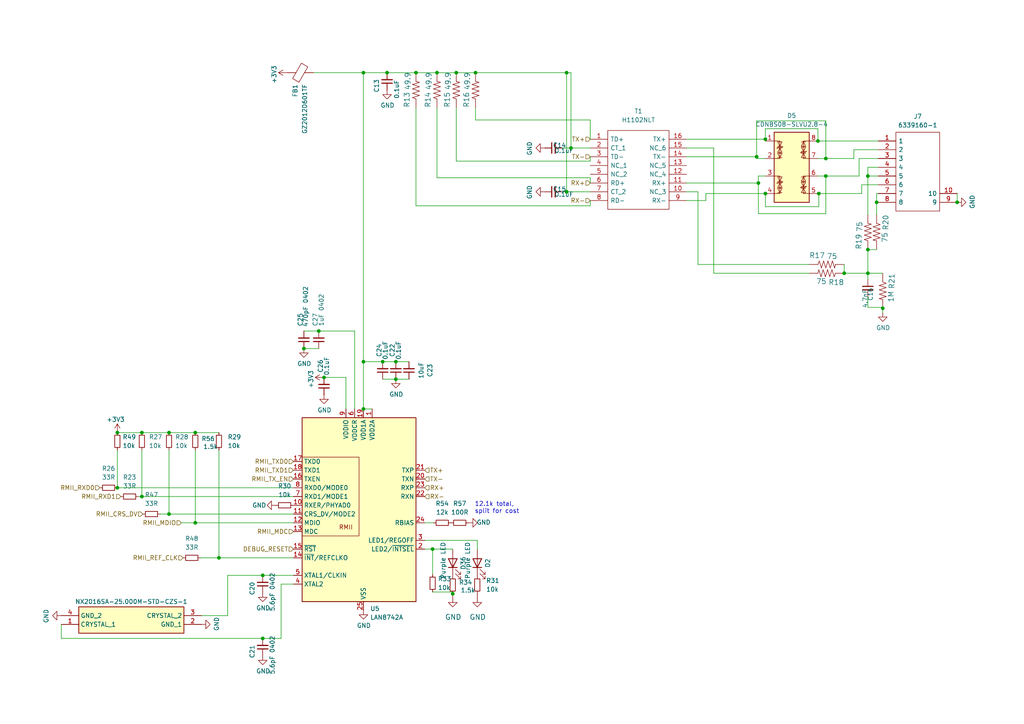
<source format=kicad_sch>
(kicad_sch (version 20231120) (generator "eeschema") (generator_version "8.0")
  (paper "A4")
  (lib_symbols
    (symbol "Device:C_Small" (pin_numbers hide) (pin_names (offset 0.254) hide)
      (property "Reference" "C" (at 0.254 1.778 0))
      (property "Value" "C_Small" (at 0.254 -2.032 0))
      (symbol "C_Small_0_1"
        (polyline (pts (xy -1.524 -0.508) (xy 1.524 -0.508)) (stroke (width 0.3302)))
        (polyline (pts (xy -1.524 0.508) (xy 1.524 0.508)) (stroke (width 0.3048)))
      )
      (symbol "C_Small_1_1"
        (pin passive line (at 0 2.54 270) (length 2.032) (name "~") (number "1"))
        (pin passive line (at 0 -2.54 90) (length 2.032) (name "~") (number "2"))
      )
    )
    (symbol "Device:FerriteBead" (pin_numbers hide) (pin_names (offset 0))
      (property "Reference" "FB" (at -3.81 0.635 90))
      (property "Value" "FerriteBead" (at 3.81 0 90))
      (symbol "FerriteBead_0_1"
        (polyline (pts (xy 0 -1.27) (xy 0 -1.2192)))
        (polyline (pts (xy 0 1.27) (xy 0 1.2954)))
        (polyline (pts (xy -2.7686 0.4064) (xy -1.7018 2.2606) (xy 2.7686 -0.3048) (xy 1.6764 -2.159) (xy -2.7686 0.4064)))
      )
      (symbol "FerriteBead_1_1"
        (pin passive line (at 0 3.81 270) (length 2.54) (name "~") (number "1"))
        (pin passive line (at 0 -3.81 90) (length 2.54) (name "~") (number "2"))
      )
    )
    (symbol "Device:LED" (pin_numbers hide) (pin_names (offset 1.016) hide)
      (property "Reference" "D" (at 0 2.54 0))
      (property "Value" "LED" (at 0 -2.54 0))
      (symbol "LED_0_1"
        (polyline (pts (xy -1.27 -1.27) (xy -1.27 1.27)) (stroke (width 0.254)))
        (polyline (pts (xy -1.27 0) (xy 1.27 0)))
        (polyline (pts (xy 1.27 -1.27) (xy 1.27 1.27) (xy -1.27 0) (xy 1.27 -1.27)) (stroke (width 0.254)))
        (polyline (pts (xy -3.048 -0.762) (xy -4.572 -2.286) (xy -3.81 -2.286) (xy -4.572 -2.286) (xy -4.572 -1.524)))
        (polyline (pts (xy -1.778 -0.762) (xy -3.302 -2.286) (xy -2.54 -2.286) (xy -3.302 -2.286) (xy -3.302 -1.524)))
      )
      (symbol "LED_1_1"
        (pin passive line (at -3.81 0 0) (length 2.54) (name "K") (number "1"))
        (pin passive line (at 3.81 0 180) (length 2.54) (name "A") (number "2"))
      )
    )
    (symbol "Device:R_Small" (pin_numbers hide) (pin_names (offset 0.254) hide)
      (property "Reference" "R" (at 0.762 0.508 0))
      (property "Value" "R_Small" (at 0.762 -1.016 0))
      (symbol "R_Small_0_1"
        (rectangle (start -0.762 1.778) (end 0.762 -1.778) (stroke (width 0.2032)))
      )
      (symbol "R_Small_1_1"
        (pin passive line (at 0 2.54 270) (length 0.762) (name "~") (number "1"))
        (pin passive line (at 0 -2.54 90) (length 0.762) (name "~") (number "2"))
      )
    )
    (symbol "EK-TM4C1294XL_REV_D-eagle-import:GND" (power) (pin_names (offset 1.016))
      (property "Value" "GND" (at -1.905 -3.175 0))
      (symbol "GND_1_0"
        (polyline (pts (xy -1.27 0) (xy 1.27 0)))
        (polyline (pts (xy 0 -1.27) (xy -1.27 0)))
        (polyline (pts (xy 1.27 0) (xy 0 -1.27)))
        (pin power_in line (at 0 2.54 270) (length 2.54) (name "GND") (number "1"))
      )
    )
    (symbol "EK-TM4C1294XL_REV_D-eagle-import:R-US_R0402" (pin_names (offset 1.016))
      (property "Reference" "R" (at -3.81 1.4986 0))
      (property "Value" "R-US_R0402" (at -3.81 -3.302 0))
      (symbol "R-US_R0402_1_0"
        (polyline (pts (xy -2.54 0) (xy -2.159 1.016)))
        (polyline (pts (xy -2.159 1.016) (xy -1.524 -1.016)))
        (polyline (pts (xy -1.524 -1.016) (xy -0.889 1.016)))
        (polyline (pts (xy -0.889 1.016) (xy -0.254 -1.016)))
        (polyline (pts (xy -0.254 -1.016) (xy 0.381 1.016)))
        (polyline (pts (xy 0.381 1.016) (xy 1.016 -1.016)))
        (polyline (pts (xy 1.016 -1.016) (xy 1.651 1.016)))
        (polyline (pts (xy 1.651 1.016) (xy 2.286 -1.016)))
        (polyline (pts (xy 2.286 -1.016) (xy 2.54 0)))
        (pin passive line (at -5.08 0 0) (length 2.54) (name "1") (number "1"))
        (pin passive line (at 5.08 0 180) (length 2.54) (name "2") (number "2"))
      )
    )
    (symbol "Interface_Ethernet:LAN8742A"
      (property "Reference" "U" (at -13.97 29.21 0))
      (property "Value" "LAN8742A" (at 15.24 29.21 0))
      (symbol "LAN8742A_0_0"
        (text "RMII" (at -5.08 -3.81 0) (effects (font (size 1.27 1.27))))
      )
      (symbol "LAN8742A_0_1"
        (rectangle (start -17.78 27.94) (end 15.24 -25.4) (stroke (width 0.254)) (fill (type background)))
        (polyline (pts (xy -17.78 -6.35) (xy -1.27 -6.35) (xy -1.27 16.51) (xy -17.78 16.51)))
      )
      (symbol "LAN8742A_1_1"
        (pin power_in line (at 2.54 30.48 270) (length 2.54) (name "VDD2A") (number "1"))
        (pin output line (at -20.32 2.54 0) (length 2.54) (name "RXER/PHYAD0") (number "10"))
        (pin bidirectional line (at -20.32 0 0) (length 2.54) (name "CRS_DV/MODE2") (number "11"))
        (pin bidirectional line (at -20.32 -2.54 0) (length 2.54) (name "MDIO") (number "12"))
        (pin input line (at -20.32 -5.08 0) (length 2.54) (name "MDC") (number "13"))
        (pin output line (at -20.32 -12.7 0) (length 2.54) (name "~{INT}/REFCLKO") (number "14"))
        (pin input line (at -20.32 -10.16 0) (length 2.54) (name "~{RST}") (number "15"))
        (pin input line (at -20.32 10.16 0) (length 2.54) (name "TXEN") (number "16"))
        (pin input line (at -20.32 15.24 0) (length 2.54) (name "TXD0") (number "17"))
        (pin input line (at -20.32 12.7 0) (length 2.54) (name "TXD1") (number "18"))
        (pin power_in line (at 0 30.48 270) (length 2.54) (name "VDD1A") (number "19"))
        (pin bidirectional line (at 17.78 -10.16 180) (length 2.54) (name "LED2/~{INTSEL}") (number "2"))
        (pin passive line (at 17.78 10.16 180) (length 2.54) (name "TXN") (number "20"))
        (pin passive line (at 17.78 12.7 180) (length 2.54) (name "TXP") (number "21"))
        (pin passive line (at 17.78 5.08 180) (length 2.54) (name "RXN") (number "22"))
        (pin passive line (at 17.78 7.62 180) (length 2.54) (name "RXP") (number "23"))
        (pin passive line (at 17.78 -2.54 180) (length 2.54) (name "RBIAS") (number "24"))
        (pin power_in line (at 0 -27.94 90) (length 2.54) (name "VSS") (number "25"))
        (pin bidirectional line (at 17.78 -7.62 180) (length 2.54) (name "LED1/REGOFF") (number "3"))
        (pin output line (at -20.32 -20.32 0) (length 2.54) (name "XTAL2") (number "4"))
        (pin input line (at -20.32 -17.78 0) (length 2.54) (name "XTAL1/CLKIN") (number "5"))
        (pin power_in line (at -2.54 30.48 270) (length 2.54) (name "VDDCR") (number "6"))
        (pin bidirectional line (at -20.32 5.08 0) (length 2.54) (name "RXD1/MODE1") (number "7"))
        (pin bidirectional line (at -20.32 7.62 0) (length 2.54) (name "RXD0/MODE0") (number "8"))
        (pin power_in line (at -5.08 30.48 270) (length 2.54) (name "VDDIO") (number "9"))
      )
    )
    (symbol "Power_Protection:CDNBS08-SLVU2.8-4" (pin_names hide)
      (property "Reference" "D" (at 1.27 11.43 0))
      (property "Value" "CDNBS08-SLVU2.8-4" (at -8.89 -11.43 0))
      (symbol "CDNBS08-SLVU2.8-4_0_1"
        (rectangle (start -5.08 10.16) (end 5.08 -10.16) (stroke (width 0.254)) (fill (type background)))
        (polyline (pts (xy -5.08 -7.62) (xy -3.429 -7.62)))
        (polyline (pts (xy -5.08 -2.54) (xy -3.429 -2.54)))
        (polyline (pts (xy -5.08 2.54) (xy -3.429 2.54)))
        (polyline (pts (xy -5.08 7.62) (xy -3.429 7.62)))
        (polyline (pts (xy -4.318 -4.699) (xy -4.191 -4.572)))
        (polyline (pts (xy -4.318 5.461) (xy -4.191 5.588)))
        (polyline (pts (xy -4.064 -7.366) (xy -2.794 -7.366)))
        (polyline (pts (xy -4.064 -4.064) (xy -2.794 -4.064)))
        (polyline (pts (xy -4.064 2.794) (xy -2.794 2.794)))
        (polyline (pts (xy -4.064 6.096) (xy -2.794 6.096)))
        (polyline (pts (xy -3.429 -7.62) (xy -3.429 -2.54)))
        (polyline (pts (xy -3.429 2.54) (xy -3.429 7.62)))
        (polyline (pts (xy 3.429 -2.54) (xy 3.429 -7.62)))
        (polyline (pts (xy 3.429 7.62) (xy 3.429 2.54)))
        (polyline (pts (xy 4.064 -6.096) (xy 2.794 -6.096)))
        (polyline (pts (xy 4.064 -2.794) (xy 2.794 -2.794)))
        (polyline (pts (xy 4.064 4.064) (xy 2.794 4.064)))
        (polyline (pts (xy 4.064 7.366) (xy 2.794 7.366)))
        (polyline (pts (xy 4.318 -5.461) (xy 4.191 -5.588)))
        (polyline (pts (xy 4.318 4.699) (xy 4.191 4.572)))
        (polyline (pts (xy 5.08 -7.62) (xy 3.429 -7.62)))
        (polyline (pts (xy 5.08 -2.54) (xy 3.429 -2.54)))
        (polyline (pts (xy 5.08 2.54) (xy 3.429 2.54)))
        (polyline (pts (xy 5.08 7.62) (xy 3.429 7.62)))
        (polyline (pts (xy -4.191 -4.572) (xy -3.937 -4.318) (xy -2.667 -4.318)))
        (polyline (pts (xy -4.191 -4.572) (xy -2.921 -4.572) (xy -2.54 -4.191)))
        (polyline (pts (xy -4.191 5.588) (xy -3.937 5.842) (xy -2.667 5.842)))
        (polyline (pts (xy -4.191 5.588) (xy -2.921 5.588) (xy -2.54 5.969)))
        (polyline (pts (xy 4.191 -5.588) (xy 2.921 -5.588) (xy 2.54 -5.969)))
        (polyline (pts (xy 4.191 -5.588) (xy 3.937 -5.842) (xy 2.667 -5.842)))
        (polyline (pts (xy 4.191 4.572) (xy 2.921 4.572) (xy 2.54 4.191)))
        (polyline (pts (xy 4.191 4.572) (xy 3.937 4.318) (xy 2.667 4.318)))
        (polyline (pts (xy -3.429 -7.366) (xy -4.064 -6.096) (xy -2.794 -6.096) (xy -3.429 -7.366)))
        (polyline (pts (xy -3.429 -4.572) (xy -2.794 -5.842) (xy -4.064 -5.842) (xy -3.429 -4.572)))
        (polyline (pts (xy -3.429 -4.064) (xy -4.064 -2.794) (xy -2.794 -2.794) (xy -3.429 -4.064)))
        (polyline (pts (xy -3.429 2.794) (xy -4.064 4.064) (xy -2.794 4.064) (xy -3.429 2.794)))
        (polyline (pts (xy -3.429 5.588) (xy -2.794 4.318) (xy -4.064 4.318) (xy -3.429 5.588)))
        (polyline (pts (xy -3.429 6.096) (xy -4.064 7.366) (xy -2.794 7.366) (xy -3.429 6.096)))
        (polyline (pts (xy 3.429 -6.096) (xy 4.064 -7.366) (xy 2.794 -7.366) (xy 3.429 -6.096)))
        (polyline (pts (xy 3.429 -5.588) (xy 2.794 -4.318) (xy 4.064 -4.318) (xy 3.429 -5.588)))
        (polyline (pts (xy 3.429 -2.794) (xy 4.064 -4.064) (xy 2.794 -4.064) (xy 3.429 -2.794)))
        (polyline (pts (xy 3.429 4.064) (xy 4.064 2.794) (xy 2.794 2.794) (xy 3.429 4.064)))
        (polyline (pts (xy 3.429 4.572) (xy 2.794 5.842) (xy 4.064 5.842) (xy 3.429 4.572)))
        (polyline (pts (xy 3.429 7.366) (xy 4.064 6.096) (xy 2.794 6.096) (xy 3.429 7.366)))
      )
      (symbol "CDNBS08-SLVU2.8-4_1_1"
        (pin passive line (at 7.62 -7.62 180) (length 2.54) (name "TVS1") (number "1"))
        (pin passive line (at 7.62 -2.54 180) (length 2.54) (name "TVS2") (number "2"))
        (pin passive line (at 7.62 2.54 180) (length 2.54) (name "TVS1") (number "3"))
        (pin passive line (at 7.62 7.62 180) (length 2.54) (name "TVS2") (number "4"))
        (pin passive line (at -7.62 7.62 0) (length 2.54) (name "TVS1") (number "5"))
        (pin passive line (at -7.62 2.54 0) (length 2.54) (name "TVS2") (number "6"))
        (pin passive line (at -7.62 -2.54 0) (length 2.54) (name "TVS1") (number "7"))
        (pin passive line (at -7.62 -7.62 0) (length 2.54) (name "TVS2") (number "8"))
      )
    )
    (symbol "aaa:6339160-1" (pin_names (offset 0.762))
      (property "Reference" "J" (at 19.05 7.62 0))
      (property "Value" "6339160-1" (at 19.05 5.08 0))
      (symbol "6339160-1_0_0"
        (pin passive line (at 22.86 -17.78 180) (length 5.08) (name "1") (number "1"))
        (pin passive line (at 0 -2.54 0) (length 5.08) (name "10") (number "10"))
        (pin passive line (at 22.86 -15.24 180) (length 5.08) (name "2") (number "2"))
        (pin passive line (at 22.86 -12.7 180) (length 5.08) (name "3") (number "3"))
        (pin passive line (at 22.86 -10.16 180) (length 5.08) (name "4") (number "4"))
        (pin passive line (at 22.86 -7.62 180) (length 5.08) (name "5") (number "5"))
        (pin passive line (at 22.86 -5.08 180) (length 5.08) (name "6") (number "6"))
        (pin passive line (at 22.86 -2.54 180) (length 5.08) (name "7") (number "7"))
        (pin passive line (at 22.86 0 180) (length 5.08) (name "8") (number "8"))
        (pin passive line (at 0 0 0) (length 5.08) (name "9") (number "9"))
      )
      (symbol "6339160-1_0_1"
        (polyline (pts (xy 5.08 2.54) (xy 17.78 2.54) (xy 17.78 -20.32) (xy 5.08 -20.32) (xy 5.08 2.54)) (stroke (width 0.1524)))
      )
    )
    (symbol "aaa:H1102NLT" (pin_names (offset 0.762))
      (property "Reference" "T" (at 24.13 7.62 0))
      (property "Value" "H1102NLT" (at 24.13 5.08 0))
      (symbol "H1102NLT_0_0"
        (pin passive line (at 0 0 0) (length 5.08) (name "TD+") (number "1"))
        (pin passive line (at 27.94 -15.24 180) (length 5.08) (name "NC_3") (number "10"))
        (pin passive line (at 27.94 -12.7 180) (length 5.08) (name "RX+") (number "11"))
        (pin passive line (at 27.94 -10.16 180) (length 5.08) (name "NC_4") (number "12"))
        (pin passive line (at 27.94 -7.62 180) (length 5.08) (name "NC_5") (number "13"))
        (pin passive line (at 27.94 -5.08 180) (length 5.08) (name "TX-") (number "14"))
        (pin passive line (at 27.94 -2.54 180) (length 5.08) (name "NC_6") (number "15"))
        (pin passive line (at 27.94 0 180) (length 5.08) (name "TX+") (number "16"))
        (pin passive line (at 0 -2.54 0) (length 5.08) (name "CT_1") (number "2"))
        (pin passive line (at 0 -5.08 0) (length 5.08) (name "TD-") (number "3"))
        (pin passive line (at 0 -7.62 0) (length 5.08) (name "NC_1") (number "4"))
        (pin passive line (at 0 -10.16 0) (length 5.08) (name "NC_2") (number "5"))
        (pin passive line (at 0 -12.7 0) (length 5.08) (name "RD+") (number "6"))
        (pin passive line (at 0 -15.24 0) (length 5.08) (name "CT_2") (number "7"))
        (pin passive line (at 0 -17.78 0) (length 5.08) (name "RD-") (number "8"))
        (pin passive line (at 27.94 -17.78 180) (length 5.08) (name "RX-") (number "9"))
      )
      (symbol "H1102NLT_0_1"
        (polyline (pts (xy 5.08 2.54) (xy 22.86 2.54) (xy 22.86 -20.32) (xy 5.08 -20.32) (xy 5.08 2.54)) (stroke (width 0.1524)))
      )
    )
    (symbol "aaa:NX2016SA-25.000M-STD-CZS-1"
      (property "Reference" "Y" (at 36.83 7.62 0))
      (property "Value" "NX2016SA-25.000M-STD-CZS-1" (at 36.83 5.08 0))
      (symbol "NX2016SA-25.000M-STD-CZS-1_1_1"
        (rectangle (start 5.08 2.54) (end 35.56 -5.08) (stroke (width 0.254)) (fill (type background)))
        (pin passive line (at 0 -2.54 0) (length 5.08) (name "CRYSTAL_1") (number "1"))
        (pin passive line (at 40.64 -2.54 180) (length 5.08) (name "GND_1") (number "2"))
        (pin passive line (at 40.64 0 180) (length 5.08) (name "CRYSTAL_2") (number "3"))
        (pin passive line (at 0 0 0) (length 5.08) (name "GND_2") (number "4"))
      )
    )
    (symbol "power:+3V3" (power) (pin_names (offset 0))
      (property "Value" "+3V3" (at 0 3.556 0))
      (symbol "+3V3_0_1"
        (polyline (pts (xy -0.762 1.27) (xy 0 2.54)))
        (polyline (pts (xy 0 0) (xy 0 2.54)))
        (polyline (pts (xy 0 2.54) (xy 0.762 1.27)))
      )
      (symbol "+3V3_1_1"
        (pin power_in line (at 0 0 90) (length 0) hide (name "+3V3") (number "1"))
      )
    )
    (symbol "power:GND" (power) (pin_names (offset 0))
      (property "Value" "GND" (at 0 -3.81 0))
      (symbol "GND_0_1"
        (polyline (pts (xy 0 0) (xy 0 -1.27) (xy 1.27 -1.27) (xy 0 -2.54) (xy -1.27 -1.27) (xy 0 -1.27)))
      )
      (symbol "GND_1_1"
        (pin power_in line (at 0 0 270) (length 0) hide (name "GND") (number "1"))
      )
    )
  )
  (junction (at 277.622 58.674))
  (junction (at 125.476 159.258))
  (junction (at 165.608 42.926))
  (junction (at 251.714 72.39))
  (junction (at 132.334 21.082))
  (junction (at 93.98 109.474))
  (junction (at 76.2 166.878))
  (junction (at 237.49 56.134))
  (junction (at 254.254 58.674))
  (junction (at 164.338 55.626))
  (junction (at 110.998 104.902))
  (junction (at 256.032 89.408))
  (junction (at 105.41 104.902))
  (junction (at 49.022 149.098))
  (junction (at 56.642 125.476))
  (junction (at 114.808 109.982))
  (junction (at 137.922 21.082))
  (junction (at 114.808 104.902))
  (junction (at 251.714 79.248))
  (junction (at 131.318 172.212))
  (junction (at 88.138 101.092))
  (junction (at 34.036 125.476))
  (junction (at 164.338 21.082))
  (junction (at 105.41 21.082))
  (junction (at 41.148 125.476))
  (junction (at 126.746 21.082))
  (junction (at 239.522 51.054))
  (junction (at 76.2 185.166))
  (junction (at 34.036 141.478))
  (junction (at 120.65 21.082))
  (junction (at 237.236 40.894))
  (junction (at 221.996 40.386))
  (junction (at 105.41 118.618))
  (junction (at 251.714 51.054))
  (junction (at 221.996 56.134))
  (junction (at 63.5 161.798))
  (junction (at 219.964 53.086))
  (junction (at 49.022 125.476))
  (junction (at 112.268 21.082))
  (junction (at 56.642 151.638))
  (junction (at 239.522 45.974))
  (junction (at 41.148 144.018))
  (junction (at 219.456 45.466))
  (junction (at 92.456 96.012))
  (junction (at 244.856 79.248))
  (wire (pts (xy 237.49 59.944) (xy 237.49 56.134)))
  (wire (pts (xy 221.996 59.944) (xy 237.49 59.944)))
  (wire (pts (xy 56.642 151.638) (xy 85.09 151.638)))
  (wire (pts (xy 163.068 42.926) (xy 165.608 42.926)))
  (wire (pts (xy 237.49 56.134) (xy 237.236 56.134)))
  (wire (pts (xy 221.996 56.134) (xy 204.724 56.134)))
  (wire (pts (xy 125.476 171.704) (xy 131.318 171.704)))
  (wire (pts (xy 40.132 144.018) (xy 41.148 144.018)))
  (wire (pts (xy 165.608 42.926) (xy 171.196 42.926)))
  (wire (pts (xy 251.714 51.054) (xy 251.714 62.23)))
  (wire (pts (xy 207.01 42.926) (xy 199.136 42.926)))
  (wire (pts (xy 56.642 130.556) (xy 56.642 151.638)))
  (wire (pts (xy 34.036 130.556) (xy 34.036 141.478)))
  (wire (pts (xy 41.148 125.476) (xy 49.022 125.476)))
  (wire (pts (xy 131.318 159.258) (xy 131.318 159.512)))
  (wire (pts (xy 123.19 159.258) (xy 125.476 159.258)))
  (wire (pts (xy 105.41 21.082) (xy 105.41 104.902)))
  (wire (pts (xy 81.534 169.418) (xy 85.09 169.418)))
  (wire (pts (xy 34.036 141.478) (xy 85.09 141.478)))
  (wire (pts (xy 219.456 45.974) (xy 219.456 45.466)))
  (wire (pts (xy 277.622 56.134) (xy 277.622 58.674)))
  (wire (pts (xy 102.87 96.012) (xy 102.87 118.618)))
  (wire (pts (xy 221.996 56.134) (xy 221.996 59.944)))
  (wire (pts (xy 234.696 79.248) (xy 207.01 79.248)))
  (wire (pts (xy 249.936 53.594) (xy 254.762 53.594)))
  (wire (pts (xy 120.65 21.082) (xy 126.746 21.082)))
  (wire (pts (xy 199.136 55.626) (xy 202.438 55.626)))
  (wire (pts (xy 66.04 178.562) (xy 66.04 166.878)))
  (wire (pts (xy 17.78 181.102) (xy 17.78 185.166)))
  (wire (pts (xy 171.196 40.386) (xy 171.196 34.798)))
  (wire (pts (xy 254.762 48.514) (xy 251.714 48.514)))
  (wire (pts (xy 114.808 109.982) (xy 118.618 109.982)))
  (wire (pts (xy 237.236 40.894) (xy 254.762 40.894)))
  (wire (pts (xy 239.522 45.974) (xy 247.65 45.974)))
  (wire (pts (xy 247.65 45.974) (xy 247.65 43.434)))
  (wire (pts (xy 126.746 21.082) (xy 132.334 21.082)))
  (wire (pts (xy 105.41 118.618) (xy 107.95 118.618)))
  (wire (pts (xy 85.09 166.878) (xy 76.2 166.878)))
  (wire (pts (xy 125.476 159.258) (xy 125.476 166.624)))
  (wire (pts (xy 202.438 76.708) (xy 234.696 76.708)))
  (wire (pts (xy 163.068 55.626) (xy 164.338 55.626)))
  (wire (pts (xy 219.964 53.086) (xy 219.964 61.976)))
  (wire (pts (xy 46.482 149.098) (xy 49.022 149.098)))
  (wire (pts (xy 251.714 86.106) (xy 251.714 89.154)))
  (wire (pts (xy 56.642 125.476) (xy 63.5 125.476)))
  (wire (pts (xy 249.174 45.974) (xy 254.762 45.974)))
  (wire (pts (xy 125.476 159.258) (xy 131.318 159.258)))
  (wire (pts (xy 219.456 35.052) (xy 239.522 35.052)))
  (wire (pts (xy 110.998 104.902) (xy 105.41 104.902)))
  (wire (pts (xy 202.438 55.626) (xy 202.438 76.708)))
  (wire (pts (xy 221.996 51.054) (xy 219.964 51.054)))
  (wire (pts (xy 138.43 156.718) (xy 138.43 159.512)))
  (wire (pts (xy 171.196 45.466) (xy 171.196 46.736)))
  (wire (pts (xy 239.522 45.974) (xy 237.236 45.974)))
  (wire (pts (xy 244.856 79.248) (xy 244.856 76.708)))
  (wire (pts (xy 256.032 89.408) (xy 256.032 90.678)))
  (wire (pts (xy 41.148 144.018) (xy 85.09 144.018)))
  (wire (pts (xy 63.5 130.556) (xy 63.5 161.798)))
  (wire (pts (xy 256.032 89.154) (xy 256.032 89.408)))
  (wire (pts (xy 249.936 56.134) (xy 249.936 53.594)))
  (wire (pts (xy 199.136 40.386) (xy 221.996 40.386)))
  (wire (pts (xy 123.19 151.638) (xy 125.73 151.638)))
  (wire (pts (xy 239.522 61.976) (xy 239.522 51.054)))
  (wire (pts (xy 251.714 48.514) (xy 251.714 51.054)))
  (wire (pts (xy 49.022 130.556) (xy 49.022 149.098)))
  (wire (pts (xy 171.196 34.798) (xy 137.922 34.798)))
  (wire (pts (xy 171.196 58.166) (xy 171.196 59.69)))
  (wire (pts (xy 92.456 96.012) (xy 102.87 96.012)))
  (wire (pts (xy 251.714 72.39) (xy 254.254 72.39)))
  (wire (pts (xy 105.41 21.082) (xy 112.268 21.082)))
  (wire (pts (xy 118.618 104.902) (xy 114.808 104.902)))
  (wire (pts (xy 58.166 161.798) (xy 63.5 161.798)))
  (wire (pts (xy 88.138 96.012) (xy 92.456 96.012)))
  (wire (pts (xy 219.456 45.466) (xy 219.456 35.052)))
  (wire (pts (xy 52.578 151.638) (xy 56.642 151.638)))
  (wire (pts (xy 251.714 51.054) (xy 254.762 51.054)))
  (wire (pts (xy 110.998 109.982) (xy 114.808 109.982)))
  (wire (pts (xy 137.922 21.082) (xy 164.338 21.082)))
  (wire (pts (xy 164.338 21.082) (xy 165.608 21.082)))
  (wire (pts (xy 58.42 178.562) (xy 66.04 178.562)))
  (wire (pts (xy 249.174 51.054) (xy 249.174 45.974)))
  (wire (pts (xy 219.964 61.976) (xy 239.522 61.976)))
  (wire (pts (xy 221.996 37.338) (xy 237.236 37.338)))
  (wire (pts (xy 100.33 109.474) (xy 93.98 109.474)))
  (wire (pts (xy 41.148 130.556) (xy 41.148 144.018)))
  (wire (pts (xy 256.032 89.154) (xy 251.714 89.154)))
  (wire (pts (xy 100.33 118.618) (xy 100.33 109.474)))
  (wire (pts (xy 120.65 59.69) (xy 120.65 31.242)))
  (wire (pts (xy 171.196 46.736) (xy 132.334 46.736)))
  (wire (pts (xy 49.022 125.476) (xy 56.642 125.476)))
  (wire (pts (xy 112.268 21.082) (xy 120.65 21.082)))
  (wire (pts (xy 105.41 104.902) (xy 105.41 118.618)))
  (wire (pts (xy 132.334 46.736) (xy 132.334 31.242)))
  (wire (pts (xy 254.254 58.674) (xy 254.254 62.23)))
  (wire (pts (xy 221.996 45.974) (xy 219.456 45.974)))
  (wire (pts (xy 90.932 21.082) (xy 105.41 21.082)))
  (wire (pts (xy 251.714 79.248) (xy 251.714 81.026)))
  (wire (pts (xy 237.236 51.054) (xy 239.522 51.054)))
  (wire (pts (xy 88.138 101.092) (xy 92.456 101.092)))
  (wire (pts (xy 63.5 161.798) (xy 85.09 161.798)))
  (wire (pts (xy 199.136 58.166) (xy 204.724 58.166)))
  (wire (pts (xy 66.04 166.878) (xy 76.2 166.878)))
  (wire (pts (xy 199.136 45.466) (xy 219.456 45.466)))
  (wire (pts (xy 171.196 53.086) (xy 171.196 51.562)))
  (wire (pts (xy 254.762 56.134) (xy 254.254 56.134)))
  (wire (pts (xy 126.746 31.242) (xy 126.746 51.562)))
  (wire (pts (xy 123.19 156.718) (xy 138.43 156.718)))
  (wire (pts (xy 237.49 56.134) (xy 249.936 56.134)))
  (wire (pts (xy 132.334 21.082) (xy 137.922 21.082)))
  (wire (pts (xy 114.808 104.902) (xy 110.998 104.902)))
  (wire (pts (xy 237.236 37.338) (xy 237.236 40.894)))
  (wire (pts (xy 219.964 51.054) (xy 219.964 53.086)))
  (wire (pts (xy 49.022 149.098) (xy 85.09 149.098)))
  (wire (pts (xy 254.254 56.134) (xy 254.254 58.674)))
  (wire (pts (xy 131.318 171.704) (xy 131.318 172.212)))
  (wire (pts (xy 204.724 56.134) (xy 204.724 58.166)))
  (wire (pts (xy 239.522 51.054) (xy 249.174 51.054)))
  (wire (pts (xy 247.65 43.434) (xy 254.762 43.434)))
  (wire (pts (xy 165.608 21.082) (xy 165.608 42.926)))
  (wire (pts (xy 137.922 34.798) (xy 137.922 31.242)))
  (wire (pts (xy 251.714 72.39) (xy 251.714 79.248)))
  (wire (pts (xy 251.714 79.248) (xy 256.032 79.248)))
  (wire (pts (xy 164.338 21.082) (xy 164.338 55.626)))
  (wire (pts (xy 199.136 53.086) (xy 219.964 53.086)))
  (wire (pts (xy 17.78 185.166) (xy 76.2 185.166)))
  (wire (pts (xy 207.01 79.248) (xy 207.01 42.926)))
  (wire (pts (xy 164.338 55.626) (xy 171.196 55.626)))
  (wire (pts (xy 239.522 35.052) (xy 239.522 45.974)))
  (wire (pts (xy 171.196 59.69) (xy 120.65 59.69)))
  (wire (pts (xy 81.534 185.166) (xy 81.534 169.418)))
  (wire (pts (xy 254.254 58.674) (xy 254.762 58.674)))
  (wire (pts (xy 76.2 185.166) (xy 81.534 185.166)))
  (wire (pts (xy 221.996 37.338) (xy 221.996 40.386)))
  (wire (pts (xy 244.856 79.248) (xy 251.714 79.248)))
  (wire (pts (xy 171.196 51.562) (xy 126.746 51.562)))
  (wire (pts (xy 221.996 40.386) (xy 221.996 40.894)))
  (wire (pts (xy 34.036 125.476) (xy 41.148 125.476)))
  (text "12.1k total,\nsplit for cost" (at 137.668 149.098 0) (effects (font (size 1.27 1.27)) (justify left bottom)))
  (hierarchical_label "RX+" (shape input) (at 123.19 141.478 0))
  (hierarchical_label "TX-" (shape input) (at 171.196 45.466 180))
  (hierarchical_label "TX+" (shape input) (at 171.196 40.386 180))
  (hierarchical_label "RMII_REF_CLK" (shape input) (at 53.086 161.798 180))
  (hierarchical_label "TX+" (shape input) (at 123.19 136.398 0))
  (hierarchical_label "RMII_CRS_DV" (shape input) (at 41.402 149.098 180))
  (hierarchical_label "RMII_MDIO" (shape input) (at 52.578 151.638 180))
  (hierarchical_label "DEBUG_RESET" (shape input) (at 85.09 159.258 180))
  (hierarchical_label "TX-" (shape input) (at 123.19 138.938 0))
  (hierarchical_label "RMII_TXD0" (shape input) (at 85.09 133.858 180))
  (hierarchical_label "RMII_RXD1" (shape input) (at 35.052 144.018 180))
  (hierarchical_label "RX-" (shape input) (at 171.196 58.166 180))
  (hierarchical_label "RMII_MDC" (shape input) (at 85.09 154.178 180))
  (hierarchical_label "RMII_RXD0" (shape input) (at 28.956 141.478 180))
  (hierarchical_label "RX-" (shape input) (at 123.19 144.018 0))
  (hierarchical_label "RMII_TXD1" (shape input) (at 85.09 136.398 180))
  (hierarchical_label "RMII_TX_EN" (shape input) (at 85.09 138.938 180))
  (hierarchical_label "RX+" (shape input) (at 171.196 53.086 180))
  (symbol (lib_id "Device:C_Small") (at 93.98 112.014 180) (unit 1)
    (property "Reference" "C26" (at 92.964 106.172 90))
    (property "Value" "0.1uF" (at 94.742 106.172 90))
    (property "Footprint" "Capacitor_SMD:C_0402_1005Metric" (effects (hide yes)))
    (instances (project "stm32h7_base" (path "" (reference "C26") (unit 1))) (project "simplicity_analog_1" (path "" (reference "C7005") (unit 1))))
  )
  (symbol (lib_id "EK-TM4C1294XL_REV_D-eagle-import:GND") (at 138.43 174.752 0) (mirror y) (unit 1)
    (property "Reference" "#SUPPLY03" (effects (hide yes)))
    (property "Value" "GND" (at 140.97 179.832 0) (effects (font (size 1.4986 1.4986)) (justify left bottom)))
    (instances (project "stm32h7_base" (path "" (reference "#SUPPLY03") (unit 1))) (project "simplicity_analog_1" (path "" (reference "#SUPPLY07002") (unit 1))))
  )
  (symbol (lib_id "EK-TM4C1294XL_REV_D-eagle-import:R-US_R0402") (at 239.776 76.708 0) (unit 1)
    (property "Reference" "R17" (at 234.696 74.93 0) (effects (font (size 1.4986 1.4986)) (justify left bottom)))
    (property "Value" "75" (at 239.776 75.184 0) (effects (font (size 1.4986 1.4986)) (justify left bottom)))
    (property "Footprint" "Resistor_SMD:R_0603_1608Metric" (effects (hide yes)))
    (property "GNUM" "G11-R0402-3300-AAA" (effects (hide yes)))
    (property "LCSC" "C23242" (effects (hide yes)))
    (instances (project "stm32h7_base" (path "" (reference "R17") (unit 1))) (project "simplicity_analog_1" (path "" (reference "R7020") (unit 1))))
  )
  (symbol (lib_id "aaa:6339160-1") (at 277.622 58.674 180) (unit 1)
    (property "Reference" "J7" (at 266.192 33.782 0))
    (property "Value" "6339160-1" (at 266.192 36.322 0))
    (property "Footprint" "63391601" (effects (hide yes)))
    (property "Datasheet" "https://www.te.com/commerce/DocumentDelivery/DDEController?Action=showdoc&DocId=Customer+Drawing%7F6339160%7FE%7Fpdf%7FEnglish%7FENG_CD_6339160_E_6339160-c_drw.pdf%7F6339160-1" (effects (hide yes)))
    (property "Description" "Cat5 modular RJ45 jack, 8/8,SMT,shielded" (effects (hide yes)))
    (property "Height" "13.72" (effects (hide yes)))
    (property "Manufacturer_Name" "TE Connectivity" (effects (hide yes)))
    (property "Manufacturer_Part_Number" "6339160-1" (effects (hide yes)))
    (property "Mouser Part Number" "571-6339160-1" (effects (hide yes)))
    (property "Mouser Price/Stock" "https://www.mouser.co.uk/ProductDetail/TE-Connectivity/6339160-1?qs=Il0cmQ4mt8K1Qlv3V6xMcA%3D%3D" (effects (hide yes)))
    (property "Arrow Part Number" "6339160-1" (effects (hide yes)))
    (property "Arrow Price/Stock" "https://www.arrow.com/en/products/6339160-1/te-connectivity?region=nac" (effects (hide yes)))
    (property "LCSC" "C125076" (effects (hide yes)))
    (instances (project "stm32h7_base" (path "" (reference "J7") (unit 1))) (project "simplicity_analog_1" (path "" (reference "J7001") (unit 1))))
  )
  (symbol (lib_id "power:GND") (at 135.89 151.638 90) (unit 1)
    (property "Reference" "#PWR023" (effects (hide yes)))
    (property "Value" "GND" (at 140.2842 151.511 90))
    (instances (project "stm32h7_base" (path "" (reference "#PWR023") (unit 1))) (project "simplicity_analog_1" (path "" (reference "#PWR07014") (unit 1))))
  )
  (symbol (lib_id "Device:C_Small") (at 160.528 42.926 90) (unit 1)
    (property "Reference" "C14" (at 162.306 42.164 90))
    (property "Value" "0.1uF" (at 163.576 43.688 90))
    (property "Footprint" "Capacitor_SMD:C_0402_1005Metric" (effects (hide yes)))
    (instances (project "stm32h7_base" (path "" (reference "C14") (unit 1))) (project "simplicity_analog_1" (path "" (reference "C7010") (unit 1))))
  )
  (symbol (lib_id "power:GND") (at 80.01 146.558 270) (unit 1)
    (property "Reference" "#PWR022" (effects (hide yes)))
    (property "Value" "GND" (at 75.184 146.558 90))
    (instances (project "stm32h7_base" (path "" (reference "#PWR022") (unit 1))) (project "simplicity_analog_1" (path "" (reference "#PWR07006") (unit 1))))
  )
  (symbol (lib_id "Device:C_Small") (at 110.998 107.442 180) (unit 1)
    (property "Reference" "C24" (at 109.982 101.6 90))
    (property "Value" "0.1uF" (at 111.76 101.6 90))
    (property "Footprint" "Capacitor_SMD:C_0402_1005Metric" (effects (hide yes)))
    (instances (project "stm32h7_base" (path "" (reference "C24") (unit 1))) (project "simplicity_analog_1" (path "" (reference "C7006") (unit 1))))
  )
  (symbol (lib_id "power:GND") (at 88.138 101.092 0) (unit 1)
    (property "Reference" "#PWR031" (effects (hide yes)))
    (property "Value" "GND" (at 88.265 105.4862 0))
    (instances (project "stm32h7_base" (path "" (reference "#PWR031") (unit 1))) (project "simplicity_analog_1" (path "" (reference "#PWR07008") (unit 1))))
  )
  (symbol (lib_id "power:GND") (at 114.808 109.982 0) (unit 1)
    (property "Reference" "#PWR028" (effects (hide yes)))
    (property "Value" "GND" (at 114.935 114.3762 0))
    (instances (project "stm32h7_base" (path "" (reference "#PWR028") (unit 1))) (project "simplicity_analog_1" (path "" (reference "#PWR07013") (unit 1))))
  )
  (symbol (lib_id "power:GND") (at 112.268 26.162 0) (unit 1)
    (property "Reference" "#PWR0148" (effects (hide yes)))
    (property "Value" "GND" (at 112.395 30.5562 0))
    (instances (project "stm32h7_base" (path "" (reference "#PWR0148") (unit 1))) (project "simplicity_analog_1" (path "" (reference "#PWR07012") (unit 1))))
  )
  (symbol (lib_id "power:GND") (at 157.988 42.926 270) (unit 1)
    (property "Reference" "#PWR0146" (effects (hide yes)))
    (property "Value" "GND" (at 153.5938 43.053 0))
    (instances (project "stm32h7_base" (path "" (reference "#PWR0146") (unit 1))) (project "simplicity_analog_1" (path "" (reference "#PWR07015") (unit 1))))
  )
  (symbol (lib_id "power:GND") (at 105.41 177.038 0) (unit 1)
    (property "Reference" "#PWR020" (effects (hide yes)))
    (property "Value" "GND" (at 105.537 181.4322 0))
    (instances (project "stm32h7_base" (path "" (reference "#PWR020") (unit 1))) (project "simplicity_analog_1" (path "" (reference "#PWR07011") (unit 1))))
  )
  (symbol (lib_id "Interface_Ethernet:LAN8742A") (at 105.41 149.098 0) (unit 1)
    (property "Reference" "U5" (at 107.3659 176.53 0) (effects (justify left)))
    (property "Value" "LAN8742A" (at 107.3659 179.07 0) (effects (justify left)))
    (property "Footprint" "Package_DFN_QFN:VQFN-24-1EP_4x4mm_P0.5mm_EP2.5x2.5mm_ThermalVias" (effects (hide yes)))
    (property "Datasheet" "http://ww1.microchip.com/downloads/en/DeviceDoc/8742a.pdf" (effects (hide yes)))
    (instances (project "stm32h7_base" (path "" (reference "U5") (unit 1))) (project "simplicity_analog_1" (path "" (reference "U7001") (unit 1))))
  )
  (symbol (lib_id "EK-TM4C1294XL_REV_D-eagle-import:R-US_R0402") (at 120.65 26.162 90) (unit 1)
    (property "Reference" "R13" (at 118.872 31.242 0) (effects (font (size 1.4986 1.4986)) (justify left bottom)))
    (property "Value" "49.9" (at 119.126 26.162 0) (effects (font (size 1.4986 1.4986)) (justify left bottom)))
    (property "Footprint" "Resistor_SMD:R_0402_1005Metric" (effects (hide yes)))
    (property "GNUM" "G11-R0402-3300-AAA" (effects (hide yes)))
    (property "LCSC" "C25120" (effects (hide yes)))
    (instances (project "stm32h7_base" (path "" (reference "R13") (unit 1))) (project "simplicity_analog_1" (path "" (reference "R7011") (unit 1))))
  )
  (symbol (lib_id "power:+3V3") (at 34.036 125.476 0) (unit 1)
    (property "Reference" "#PWR021" (effects (hide yes)))
    (property "Value" "+3V3" (at 33.528 121.666 0))
    (instances (project "stm32h7_base" (path "" (reference "#PWR021") (unit 1))) (project "simplicity_analog_1" (path "" (reference "#PWR07002") (unit 1))))
  )
  (symbol (lib_id "power:+3V3") (at 83.312 21.082 90) (unit 1)
    (property "Reference" "#PWR030" (effects (hide yes)))
    (property "Value" "+3V3" (at 79.502 21.59 0))
    (instances (project "stm32h7_base" (path "" (reference "#PWR030") (unit 1))) (project "simplicity_analog_1" (path "" (reference "#PWR07007") (unit 1))))
  )
  (symbol (lib_id "Power_Protection:CDNBS08-SLVU2.8-4") (at 229.616 48.514 180) (unit 1)
    (property "Reference" "D5" (at 229.616 33.528 0))
    (property "Value" "CDNBS08-SLVU2.8-4" (at 229.616 36.068 0))
    (property "Footprint" "Package_SO:SOIC-8_3.9x4.9mm_P1.27mm" (effects (hide yes)))
    (property "Datasheet" "https://www.bourns.com/pdfs/CDNBS08-SLVU28-4.pdf" (effects (hide yes)))
    (instances (project "stm32h7_base" (path "" (reference "D5") (unit 1))) (project "simplicity_analog_1" (path "" (reference "D7003") (unit 1))))
  )
  (symbol (lib_id "EK-TM4C1294XL_REV_D-eagle-import:R-US_R0402") (at 256.032 84.328 270) (unit 1)
    (property "Reference" "R21" (at 257.81 79.248 0) (effects (font (size 1.4986 1.4986)) (justify left bottom)))
    (property "Value" "1M" (at 257.556 84.328 0) (effects (font (size 1.4986 1.4986)) (justify left bottom)))
    (property "Footprint" "Resistor_SMD:R_0402_1005Metric" (effects (hide yes)))
    (property "GNUM" "G11-R0402-3300-AAA" (effects (hide yes)))
    (property "LCSC" "C26083" (effects (hide yes)))
    (instances (project "stm32h7_base" (path "" (reference "R21") (unit 1))) (project "simplicity_analog_1" (path "" (reference "R7024") (unit 1))))
  )
  (symbol (lib_id "power:GND") (at 277.622 58.674 90) (unit 1)
    (property "Reference" "#PWR0144" (effects (hide yes)))
    (property "Value" "GND" (at 282.0162 58.547 0))
    (instances (project "stm32h7_base" (path "" (reference "#PWR0144") (unit 1))) (project "simplicity_analog_1" (path "" (reference "#PWR07018") (unit 1))))
  )
  (symbol (lib_id "power:GND") (at 76.2 190.246 0) (unit 1)
    (property "Reference" "#PWR027" (effects (hide yes)))
    (property "Value" "GND" (at 76.327 194.6402 0))
    (instances (project "stm32h7_base" (path "" (reference "#PWR027") (unit 1))) (project "simplicity_analog_1" (path "" (reference "#PWR07005") (unit 1))))
  )
  (symbol (lib_id "Device:R_Small") (at 138.43 169.672 0) (unit 1)
    (property "Reference" "R31" (at 140.97 168.4019 0) (effects (justify left)))
    (property "Value" "10k" (at 140.97 170.9419 0) (effects (justify left)))
    (property "Footprint" "Resistor_SMD:R_0402_1005Metric" (effects (hide yes)))
    (property "Description" "Resistor, small symbol" (effects (hide yes)))
    (property "LCSC" "C25744" (effects (hide yes)))
    (instances (project "stm32h7_base" (path "" (reference "R31") (unit 1))) (project "simplicity_analog_1" (path "" (reference "R7019") (unit 1))))
  )
  (symbol (lib_id "power:GND") (at 76.2 171.958 0) (unit 1)
    (property "Reference" "#PWR024" (effects (hide yes)))
    (property "Value" "GND" (at 76.327 176.3522 0))
    (instances (project "stm32h7_base" (path "" (reference "#PWR024") (unit 1))) (project "simplicity_analog_1" (path "" (reference "#PWR07004") (unit 1))))
  )
  (symbol (lib_id "Device:R_Small") (at 133.35 151.638 270) (unit 1)
    (property "Reference" "R57" (at 133.35 146.05 90))
    (property "Value" "100R" (at 133.35 148.59 90))
    (property "Footprint" "Resistor_SMD:R_0402_1005Metric" (effects (hide yes)))
    (property "Description" "Resistor, small symbol" (effects (hide yes)))
    (property "LCSC" "C25076" (effects (hide yes)))
    (instances (project "stm32h7_base" (path "" (reference "R57") (unit 1))) (project "simplicity_analog_1" (path "" (reference "R7017") (unit 1))))
  )
  (symbol (lib_id "Device:C_Small") (at 114.808 107.442 180) (unit 1)
    (property "Reference" "C22" (at 113.792 101.6 90))
    (property "Value" "0.1uF" (at 115.57 101.6 90))
    (property "Footprint" "Capacitor_SMD:C_0402_1005Metric" (effects (hide yes)))
    (instances (project "stm32h7_base" (path "" (reference "C22") (unit 1))) (project "simplicity_analog_1" (path "" (reference "C7008") (unit 1))))
  )
  (symbol (lib_id "Device:R_Small") (at 43.942 149.098 90) (unit 1)
    (property "Reference" "R47" (at 43.942 143.51 90))
    (property "Value" "33R" (at 43.942 146.05 90))
    (property "Footprint" "Resistor_SMD:R_0402_1005Metric" (effects (hide yes)))
    (property "Description" "Resistor, small symbol" (effects (hide yes)))
    (property "LCSC" "C25105" (effects (hide yes)))
    (instances (project "stm32h7_base" (path "" (reference "R47") (unit 1))) (project "simplicity_analog_1" (path "" (reference "R7005") (unit 1))))
  )
  (symbol (lib_id "EK-TM4C1294XL_REV_D-eagle-import:R-US_R0402") (at 132.334 26.162 90) (unit 1)
    (property "Reference" "R15" (at 130.556 31.242 0) (effects (font (size 1.4986 1.4986)) (justify left bottom)))
    (property "Value" "49.9" (at 130.81 26.162 0) (effects (font (size 1.4986 1.4986)) (justify left bottom)))
    (property "Footprint" "Resistor_SMD:R_0402_1005Metric" (effects (hide yes)))
    (property "GNUM" "G11-R0402-3300-AAA" (effects (hide yes)))
    (property "LCSC" "C25120" (effects (hide yes)))
    (instances (project "stm32h7_base" (path "" (reference "R15") (unit 1))) (project "simplicity_analog_1" (path "" (reference "R7016") (unit 1))))
  )
  (symbol (lib_id "Device:LED") (at 138.43 163.322 90) (unit 1)
    (property "Reference" "D2" (at 141.478 163.322 0))
    (property "Value" "Purple LED" (at 135.636 162.56 0))
    (property "Footprint" "LED_SMD:LED_0603_1608Metric" (effects (hide yes)))
    (property "LCSC" "C7371898" (effects (hide yes)))
    (instances (project "stm32h7_base" (path "" (reference "D2") (unit 1))) (project "simplicity_analog_1" (path "" (reference "D7002") (unit 1))))
  )
  (symbol (lib_id "EK-TM4C1294XL_REV_D-eagle-import:R-US_R0402") (at 137.922 26.162 90) (unit 1)
    (property "Reference" "R16" (at 136.144 31.242 0) (effects (font (size 1.4986 1.4986)) (justify left bottom)))
    (property "Value" "49.9" (at 136.398 26.162 0) (effects (font (size 1.4986 1.4986)) (justify left bottom)))
    (property "Footprint" "Resistor_SMD:R_0402_1005Metric" (effects (hide yes)))
    (property "GNUM" "G11-R0402-3300-AAA" (effects (hide yes)))
    (property "LCSC" "C25120" (effects (hide yes)))
    (instances (project "stm32h7_base" (path "" (reference "R16") (unit 1))) (project "simplicity_analog_1" (path "" (reference "R7018") (unit 1))))
  )
  (symbol (lib_id "Device:R_Small") (at 131.318 169.672 180) (unit 1)
    (property "Reference" "R34" (at 133.096 168.91 0) (effects (justify right)))
    (property "Value" "1.5k" (at 133.604 171.196 0) (effects (justify right)))
    (property "Footprint" "Resistor_SMD:R_0402_1005Metric" (effects (hide yes)))
    (property "Description" "Resistor, small symbol" (effects (hide yes)))
    (property "LCSC" "C25867" (effects (hide yes)))
    (instances (project "stm32h7_base" (path "" (reference "R34") (unit 1))) (project "simplicity_analog_1" (path "" (reference "R7015") (unit 1))))
  )
  (symbol (lib_id "EK-TM4C1294XL_REV_D-eagle-import:R-US_R0402") (at 254.254 67.31 270) (unit 1)
    (property "Reference" "R20" (at 256.032 62.23 0) (effects (font (size 1.4986 1.4986)) (justify left bottom)))
    (property "Value" "75" (at 255.778 67.31 0) (effects (font (size 1.4986 1.4986)) (justify left bottom)))
    (property "Footprint" "Resistor_SMD:R_0603_1608Metric" (effects (hide yes)))
    (property "GNUM" "G11-R0402-3300-AAA" (effects (hide yes)))
    (property "LCSC" "C23242" (effects (hide yes)))
    (instances (project "stm32h7_base" (path "" (reference "R20") (unit 1))) (project "simplicity_analog_1" (path "" (reference "R7023") (unit 1))))
  )
  (symbol (lib_id "Device:R_Small") (at 82.55 146.558 90) (unit 1)
    (property "Reference" "R30" (at 82.55 140.97 90))
    (property "Value" "10k" (at 82.55 143.51 90))
    (property "Footprint" "Resistor_SMD:R_0402_1005Metric" (effects (hide yes)))
    (property "Description" "Resistor, small symbol" (effects (hide yes)))
    (property "LCSC" "C25744" (effects (hide yes)))
    (instances (project "stm32h7_base" (path "" (reference "R30") (unit 1))) (project "simplicity_analog_1" (path "" (reference "R7010") (unit 1))))
  )
  (symbol (lib_id "aaa:NX2016SA-25.000M-STD-CZS-1") (at 17.78 178.562 0) (unit 1)
    (property "Reference" "Y2" (effects (hide yes)))
    (property "Value" "NX2016SA-25.000M-STD-CZS-1" (at 38.1 174.498 0))
    (property "Footprint" "Crystal:Crystal_SMD_2016-4Pin_2.0x1.6mm" (effects (hide yes)))
    (property "Datasheet" "https://datasheet.datasheetarchive.com/originals/distributors/DKDS-17/332064.pdf" (effects (hide yes)))
    (property "Manufacturer_Name" "NDK" (effects (hide yes)))
    (property "Manufacturer_Part_Number" "NX2016SA-25.000M-STD-CZS-1" (effects (hide yes)))
    (property "Mouser Part Number" "344-NX2016SA25MSTZS1" (effects (hide yes)))
    (property "Mouser Price/Stock" "https://www.mouser.co.uk/ProductDetail/NDK/NX2016SA-25.000M-STD-CZS-1?qs=w%2Fv1CP2dgqozB742%252BoULZA%3D%3D" (effects (hide yes)))
    (property "LCSC" "C843258" (effects (hide yes)))
    (instances (project "stm32h7_base" (path "" (reference "Y2") (unit 1))) (project "simplicity_analog_1" (path "" (reference "Y7001") (unit 1))))
  )
  (symbol (lib_id "Device:R_Small") (at 128.27 151.638 270) (unit 1)
    (property "Reference" "R54" (at 128.27 146.05 90))
    (property "Value" "12k" (at 128.27 148.59 90))
    (property "Footprint" "Resistor_SMD:R_0402_1005Metric" (effects (hide yes)))
    (property "Description" "Resistor, small symbol" (effects (hide yes)))
    (property "LCSC" "C25752" (effects (hide yes)))
    (instances (project "stm32h7_base" (path "" (reference "R54") (unit 1))) (project "simplicity_analog_1" (path "" (reference "R7014") (unit 1))))
  )
  (symbol (lib_id "Device:C_Small") (at 160.528 55.626 90) (unit 1)
    (property "Reference" "C15" (at 162.306 54.864 90))
    (property "Value" "0.1uF" (at 163.576 56.388 90))
    (property "Footprint" "Capacitor_SMD:C_0402_1005Metric" (effects (hide yes)))
    (instances (project "stm32h7_base" (path "" (reference "C15") (unit 1))) (project "simplicity_analog_1" (path "" (reference "C7011") (unit 1))))
  )
  (symbol (lib_id "Device:R_Small") (at 55.626 161.798 270) (unit 1)
    (property "Reference" "R48" (at 55.626 156.21 90))
    (property "Value" "33R" (at 55.626 158.75 90))
    (property "Footprint" "Resistor_SMD:R_0402_1005Metric" (effects (hide yes)))
    (property "Description" "Resistor, small symbol" (effects (hide yes)))
    (property "LCSC" "C25105" (effects (hide yes)))
    (instances (project "stm32h7_base" (path "" (reference "R48") (unit 1))) (project "simplicity_analog_1" (path "" (reference "R7007") (unit 1))))
  )
  (symbol (lib_id "power:GND") (at 157.988 55.626 270) (unit 1)
    (property "Reference" "#PWR0150" (effects (hide yes)))
    (property "Value" "GND" (at 153.5938 55.753 0))
    (instances (project "stm32h7_base" (path "" (reference "#PWR0150") (unit 1))) (project "simplicity_analog_1" (path "" (reference "#PWR07016") (unit 1))))
  )
  (symbol (lib_id "Device:C_Small") (at 88.138 98.552 180) (unit 1)
    (property "Reference" "C25" (at 87.122 92.71 90))
    (property "Value" "470pF 0402" (at 88.646 88.9 90))
    (property "Footprint" "Capacitor_SMD:C_0402_1005Metric" (effects (hide yes)))
    (property "LCSC" "C363540" (effects (hide yes)))
    (instances (project "stm32h7_base" (path "" (reference "C25") (unit 1))) (project "simplicity_analog_1" (path "" (reference "C7003") (unit 1))))
  )
  (symbol (lib_id "Device:R_Small") (at 56.642 128.016 180) (unit 1)
    (property "Reference" "R56" (at 58.42 127.254 0) (effects (justify right)))
    (property "Value" "1.5k" (at 58.928 129.54 0) (effects (justify right)))
    (property "Footprint" "Resistor_SMD:R_0402_1005Metric" (effects (hide yes)))
    (property "Description" "Resistor, small symbol" (effects (hide yes)))
    (property "LCSC" "C25867" (effects (hide yes)))
    (instances (project "stm32h7_base" (path "" (reference "R56") (unit 1))) (project "simplicity_analog_1" (path "" (reference "R7008") (unit 1))))
  )
  (symbol (lib_id "EK-TM4C1294XL_REV_D-eagle-import:R-US_R0402") (at 251.714 67.31 90) (unit 1)
    (property "Reference" "R19" (at 249.936 72.39 0) (effects (font (size 1.4986 1.4986)) (justify left bottom)))
    (property "Value" "75" (at 250.19 67.31 0) (effects (font (size 1.4986 1.4986)) (justify left bottom)))
    (property "Footprint" "Resistor_SMD:R_0603_1608Metric" (effects (hide yes)))
    (property "GNUM" "G11-R0402-3300-AAA" (effects (hide yes)))
    (property "LCSC" "C23242" (effects (hide yes)))
    (instances (project "stm32h7_base" (path "" (reference "R19") (unit 1))) (project "simplicity_analog_1" (path "" (reference "R7022") (unit 1))))
  )
  (symbol (lib_id "power:+3V3") (at 93.98 109.474 90) (unit 1)
    (property "Reference" "#PWR035" (effects (hide yes)))
    (property "Value" "+3V3" (at 90.17 109.982 0))
    (instances (project "stm32h7_base" (path "" (reference "#PWR035") (unit 1))) (project "simplicity_analog_1" (path "" (reference "#PWR07009") (unit 1))))
  )
  (symbol (lib_id "EK-TM4C1294XL_REV_D-eagle-import:GND") (at 131.318 174.752 0) (mirror y) (unit 1)
    (property "Reference" "#SUPPLY02" (effects (hide yes)))
    (property "Value" "GND" (at 133.858 179.832 0) (effects (font (size 1.4986 1.4986)) (justify left bottom)))
    (instances (project "stm32h7_base" (path "" (reference "#SUPPLY02") (unit 1))) (project "simplicity_analog_1" (path "" (reference "#SUPPLY07001") (unit 1))))
  )
  (symbol (lib_id "Device:C_Small") (at 251.714 83.566 0) (unit 1)
    (property "Reference" "C16" (at 252.476 85.344 90))
    (property "Value" "4.7nF" (at 250.952 86.614 90))
    (property "Footprint" "Capacitor_SMD:C_0402_1005Metric" (effects (hide yes)))
    (instances (project "stm32h7_base" (path "" (reference "C16") (unit 1))) (project "simplicity_analog_1" (path "" (reference "C7012") (unit 1))))
  )
  (symbol (lib_id "Device:C_Small") (at 76.2 187.706 180) (unit 1)
    (property "Reference" "C21" (at 73.152 188.976 90))
    (property "Value" "5.6pF 0402" (at 78.994 189.992 90))
    (property "Footprint" "Capacitor_SMD:C_0402_1005Metric" (effects (hide yes)))
    (property "LCSC" "C258497" (effects (hide yes)))
    (instances (project "stm32h7_base" (path "" (reference "C21") (unit 1))) (project "simplicity_analog_1" (path "" (reference "C7002") (unit 1))))
  )
  (symbol (lib_id "Device:C_Small") (at 112.268 23.622 180) (unit 1)
    (property "Reference" "C13" (at 109.22 24.892 90))
    (property "Value" "0.1uF" (at 115.062 25.908 90))
    (property "Footprint" "Capacitor_SMD:C_0402_1005Metric" (effects (hide yes)))
    (instances (project "stm32h7_base" (path "" (reference "C13") (unit 1))) (project "simplicity_analog_1" (path "" (reference "C7007") (unit 1))))
  )
  (symbol (lib_id "Device:R_Small") (at 49.022 128.016 0) (unit 1)
    (property "Reference" "R28" (at 50.8 126.7459 0) (effects (justify left)))
    (property "Value" "10k" (at 50.8 129.2859 0) (effects (justify left)))
    (property "Footprint" "Resistor_SMD:R_0402_1005Metric" (effects (hide yes)))
    (property "Description" "Resistor, small symbol" (effects (hide yes)))
    (property "LCSC" "C25744" (effects (hide yes)))
    (instances (project "stm32h7_base" (path "" (reference "R28") (unit 1))) (project "simplicity_analog_1" (path "" (reference "R7006") (unit 1))))
  )
  (symbol (lib_id "Device:C_Small") (at 76.2 169.418 180) (unit 1)
    (property "Reference" "C20" (at 73.152 170.688 90))
    (property "Value" "5.6pF 0402" (at 78.994 171.704 90))
    (property "Footprint" "Capacitor_SMD:C_0402_1005Metric" (effects (hide yes)))
    (property "LCSC" "C258497" (effects (hide yes)))
    (instances (project "stm32h7_base" (path "" (reference "C20") (unit 1))) (project "simplicity_analog_1" (path "" (reference "C7001") (unit 1))))
  )
  (symbol (lib_id "EK-TM4C1294XL_REV_D-eagle-import:R-US_R0402") (at 126.746 26.162 90) (unit 1)
    (property "Reference" "R14" (at 124.968 31.242 0) (effects (font (size 1.4986 1.4986)) (justify left bottom)))
    (property "Value" "49.9" (at 125.222 26.162 0) (effects (font (size 1.4986 1.4986)) (justify left bottom)))
    (property "Footprint" "Resistor_SMD:R_0402_1005Metric" (effects (hide yes)))
    (property "GNUM" "G11-R0402-3300-AAA" (effects (hide yes)))
    (property "LCSC" "C25120" (effects (hide yes)))
    (instances (project "stm32h7_base" (path "" (reference "R14") (unit 1))) (project "simplicity_analog_1" (path "" (reference "R7013") (unit 1))))
  )
  (symbol (lib_id "Device:LED") (at 131.318 163.322 90) (unit 1)
    (property "Reference" "D36" (at 134.366 163.322 0))
    (property "Value" "Purple LED" (at 128.524 162.56 0))
    (property "Footprint" "LED_SMD:LED_0603_1608Metric" (effects (hide yes)))
    (property "LCSC" "C7371898" (effects (hide yes)))
    (instances (project "stm32h7_base" (path "" (reference "D36") (unit 1))) (project "simplicity_analog_1" (path "" (reference "D7001") (unit 1))))
  )
  (symbol (lib_id "Device:R_Small") (at 63.5 128.016 0) (unit 1)
    (property "Reference" "R29" (at 66.04 126.7459 0) (effects (justify left)))
    (property "Value" "10k" (at 66.04 129.2859 0) (effects (justify left)))
    (property "Footprint" "Resistor_SMD:R_0402_1005Metric" (effects (hide yes)))
    (property "Description" "Resistor, small symbol" (effects (hide yes)))
    (property "LCSC" "C25744" (effects (hide yes)))
    (instances (project "stm32h7_base" (path "" (reference "R29") (unit 1))) (project "simplicity_analog_1" (path "" (reference "R7009") (unit 1))))
  )
  (symbol (lib_id "aaa:H1102NLT") (at 171.196 40.386 0) (unit 1)
    (property "Reference" "T1" (at 185.166 32.258 0))
    (property "Value" "H1102NLT" (at 185.166 34.798 0))
    (property "Footprint" "SOIC127P940X622-16N" (effects (hide yes)))
    (property "Datasheet" "https://productfinder.pulseeng.com/products/datasheets/H1102NL.pdf" (effects (hide yes)))
    (property "Description" "Audio Transformers / Signal Transformers 100BaseTX SMD NonPoE 350uH .65Ohms 1-Port" (effects (hide yes)))
    (property "Height" "6.22" (effects (hide yes)))
    (property "Manufacturer_Name" "Pulse" (effects (hide yes)))
    (property "Manufacturer_Part_Number" "H1102NLT" (effects (hide yes)))
    (property "Mouser Part Number" "673-H1102NLT" (effects (hide yes)))
    (property "Mouser Price/Stock" "https://www.mouser.co.uk/ProductDetail/Pulse-Electronics/H1102NLT?qs=EKu32SdDin8JhhqpR7K10Q%3D%3D" (effects (hide yes)))
    (property "Arrow Part Number" "H1102NLT" (effects (hide yes)))
    (property "Arrow Price/Stock" "https://www.arrow.com/en/products/h1102nlt/pulse-electronics-corporation?region=nac" (effects (hide yes)))
    (property "LCSC" " C18584" (effects (hide yes)))
    (instances (project "stm32h7_base" (path "" (reference "T1") (unit 1))) (project "simplicity_analog_1" (path "" (reference "T7001") (unit 1))))
  )
  (symbol (lib_id "Device:R_Small") (at 41.148 128.016 0) (unit 1)
    (property "Reference" "R27" (at 43.18 126.7459 0) (effects (justify left)))
    (property "Value" "10k" (at 43.18 129.2859 0) (effects (justify left)))
    (property "Footprint" "Resistor_SMD:R_0402_1005Metric" (effects (hide yes)))
    (property "Description" "Resistor, small symbol" (effects (hide yes)))
    (property "LCSC" "C25744" (effects (hide yes)))
    (instances (project "stm32h7_base" (path "" (reference "R27") (unit 1))) (project "simplicity_analog_1" (path "" (reference "R7004") (unit 1))))
  )
  (symbol (lib_id "power:GND") (at 93.98 114.554 0) (unit 1)
    (property "Reference" "#PWR029" (effects (hide yes)))
    (property "Value" "GND" (at 94.107 118.9482 0))
    (instances (project "stm32h7_base" (path "" (reference "#PWR029") (unit 1))) (project "simplicity_analog_1" (path "" (reference "#PWR07010") (unit 1))))
  )
  (symbol (lib_id "Device:C_Small") (at 118.618 107.442 180) (unit 1)
    (property "Reference" "C23" (at 124.714 107.4356 90))
    (property "Value" "10uF" (at 122.174 107.4356 90))
    (property "Footprint" "Capacitor_SMD:C_0603_1608Metric" (effects (hide yes)))
    (instances (project "stm32h7_base" (path "" (reference "C23") (unit 1))) (project "simplicity_analog_1" (path "" (reference "C7009") (unit 1))))
  )
  (symbol (lib_id "Device:C_Small") (at 92.456 98.552 180) (unit 1)
    (property "Reference" "C27" (at 91.44 92.71 90))
    (property "Value" "1uF 0402" (at 93.218 89.916 90))
    (property "Footprint" "Capacitor_SMD:C_0402_1005Metric" (effects (hide yes)))
    (property "LCSC" "C52923" (effects (hide yes)))
    (instances (project "stm32h7_base" (path "" (reference "C27") (unit 1))) (project "simplicity_analog_1" (path "" (reference "C7004") (unit 1))))
  )
  (symbol (lib_id "Device:R_Small") (at 37.592 144.018 270) (unit 1)
    (property "Reference" "R23" (at 37.592 138.43 90))
    (property "Value" "33R" (at 37.592 140.97 90))
    (property "Footprint" "Resistor_SMD:R_0402_1005Metric" (effects (hide yes)))
    (property "Description" "Resistor, small symbol" (effects (hide yes)))
    (property "LCSC" "C25105" (effects (hide yes)))
    (instances (project "stm32h7_base" (path "" (reference "R23") (unit 1))) (project "simplicity_analog_1" (path "" (reference "R7003") (unit 1))))
  )
  (symbol (lib_id "Device:R_Small") (at 31.496 141.478 270) (unit 1)
    (property "Reference" "R26" (at 31.496 135.89 90))
    (property "Value" "33R" (at 31.496 138.43 90))
    (property "Footprint" "Resistor_SMD:R_0402_1005Metric" (effects (hide yes)))
    (property "Description" "Resistor, small symbol" (effects (hide yes)))
    (property "LCSC" "C25105" (effects (hide yes)))
    (instances (project "stm32h7_base" (path "" (reference "R26") (unit 1))) (project "simplicity_analog_1" (path "" (reference "R7001") (unit 1))))
  )
  (symbol (lib_id "Device:R_Small") (at 34.036 128.016 0) (unit 1)
    (property "Reference" "R49" (at 35.56 126.7459 0) (effects (justify left)))
    (property "Value" "10k" (at 35.56 129.2859 0) (effects (justify left)))
    (property "Footprint" "Resistor_SMD:R_0402_1005Metric" (effects (hide yes)))
    (property "Description" "Resistor, small symbol" (effects (hide yes)))
    (property "LCSC" "C25744" (effects (hide yes)))
    (instances (project "stm32h7_base" (path "" (reference "R49") (unit 1))) (project "simplicity_analog_1" (path "" (reference "R7002") (unit 1))))
  )
  (symbol (lib_id "power:GND") (at 256.032 90.678 0) (unit 1)
    (property "Reference" "#PWR0145" (effects (hide yes)))
    (property "Value" "GND" (at 256.159 95.0722 0))
    (instances (project "stm32h7_base" (path "" (reference "#PWR0145") (unit 1))) (project "simplicity_analog_1" (path "" (reference "#PWR07017") (unit 1))))
  )
  (symbol (lib_id "EK-TM4C1294XL_REV_D-eagle-import:R-US_R0402") (at 239.776 79.248 180) (unit 1)
    (property "Reference" "R18" (at 244.856 81.026 0) (effects (font (size 1.4986 1.4986)) (justify left bottom)))
    (property "Value" "75" (at 239.776 80.772 0) (effects (font (size 1.4986 1.4986)) (justify left bottom)))
    (property "Footprint" "Resistor_SMD:R_0603_1608Metric" (effects (hide yes)))
    (property "GNUM" "G11-R0402-3300-AAA" (effects (hide yes)))
    (property "LCSC" "C23242" (effects (hide yes)))
    (instances (project "stm32h7_base" (path "" (reference "R18") (unit 1))) (project "simplicity_analog_1" (path "" (reference "R7021") (unit 1))))
  )
  (symbol (lib_id "power:GND") (at 17.78 178.562 270) (unit 1)
    (property "Reference" "#PWR026" (effects (hide yes)))
    (property "Value" "GND" (at 13.3858 178.689 0))
    (instances (project "stm32h7_base" (path "" (reference "#PWR026") (unit 1))) (project "simplicity_analog_1" (path "" (reference "#PWR07001") (unit 1))))
  )
  (symbol (lib_id "Device:FerriteBead") (at 87.122 21.082 90) (unit 1)
    (property "Reference" "FB1" (at 85.598 28.194 0) (effects (justify left)))
    (property "Value" "GZ2012D601TF" (at 88.392 38.862 0) (effects (justify left)))
    (property "Footprint" "Inductor_SMD:L_0805_2012Metric" (effects (hide yes)))
    (property "LCSC" "C1017" (effects (hide yes)))
    (instances (project "stm32h7_base" (path "" (reference "FB1") (unit 1))) (project "simplicity_analog_1" (path "" (reference "FB7001") (unit 1))))
  )
  (symbol (lib_id "Device:R_Small") (at 125.476 169.164 0) (unit 1)
    (property "Reference" "R33" (at 127 167.8939 0) (effects (justify left)))
    (property "Value" "10k" (at 127 170.4339 0) (effects (justify left)))
    (property "Footprint" "Resistor_SMD:R_0402_1005Metric" (effects (hide yes)))
    (property "Description" "Resistor, small symbol" (effects (hide yes)))
    (property "LCSC" "C25744" (effects (hide yes)))
    (instances (project "stm32h7_base" (path "" (reference "R33") (unit 1))) (project "simplicity_analog_1" (path "" (reference "R7012") (unit 1))))
  )
  (symbol (lib_id "power:GND") (at 58.42 181.102 90) (unit 1)
    (property "Reference" "#PWR025" (effects (hide yes)))
    (property "Value" "GND" (at 62.8142 180.975 0))
    (instances (project "stm32h7_base" (path "" (reference "#PWR025") (unit 1))) (project "simplicity_analog_1" (path "" (reference "#PWR07003") (unit 1))))
  )
)
</source>
